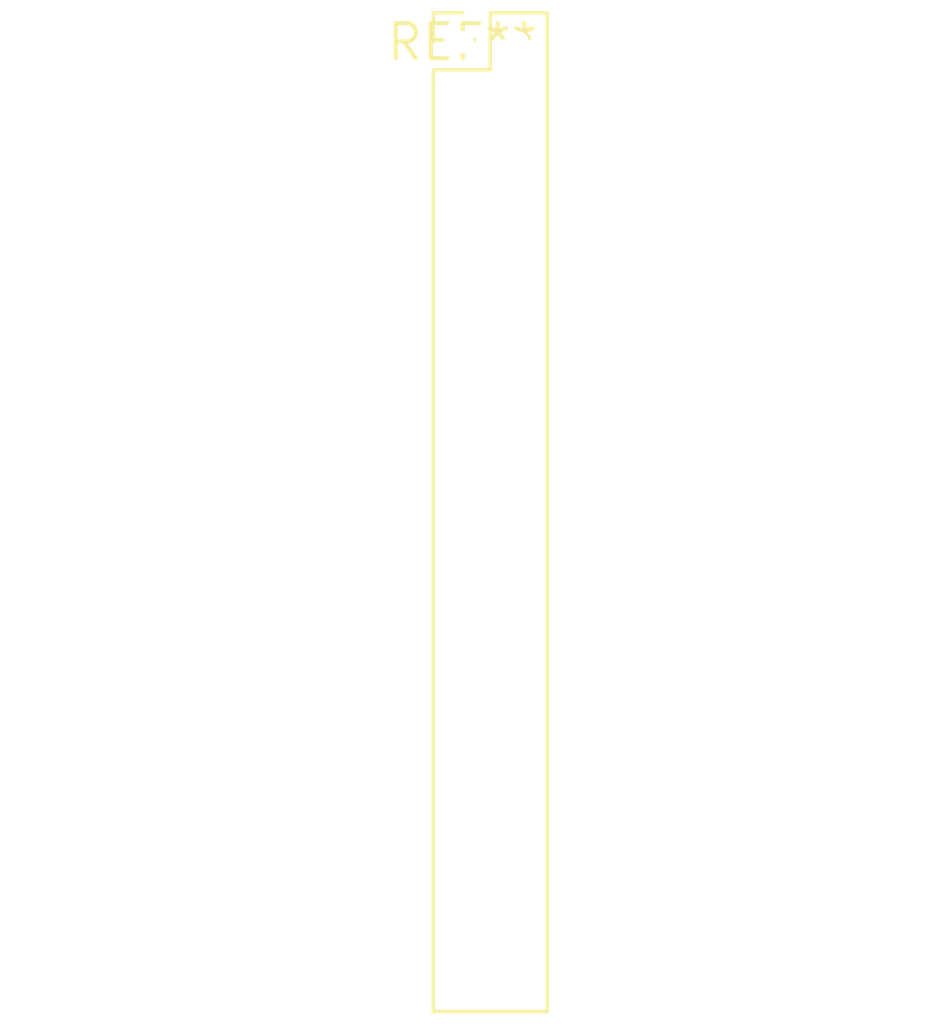
<source format=kicad_pcb>
(kicad_pcb (version 20240108) (generator pcbnew)
  (layers (0 "F.Cu" signal) (31 "B.Cu" signal) (34 "B.Paste" user) (35 "F.Paste" user) (36 "B.SilkS" user "B.Silkscreen") (37 "F.SilkS" user "F.Silkscreen") (38 "B.Mask" user) (39 "F.Mask" user) (44 "Edge.Cuts" user))
  (net 0 "")
  (footprint "PinHeader_2x18_P2.00mm_Vertical" (layer "F.Cu") (at 0 0)
    (property "Reference" "REF**")
    (property "Value" "PinHeader_2x18_P2.00mm_Vertical")
    (fp_line (start -1.06 -1.06) (end 0 -1.06) (layer "F.SilkS") (stroke (width 0.12)))
    (fp_line (start -1.06 0) (end -1.06 -1.06) (layer "F.SilkS") (stroke (width 0.12)))
    (fp_line (start -1.06 1) (end -1.06 35.06) (layer "F.SilkS") (stroke (width 0.12)))
    (fp_line (start -1.06 1) (end 1 1) (layer "F.SilkS") (stroke (width 0.12)))
    (fp_line (start -1.06 35.06) (end 3.06 35.06) (layer "F.SilkS") (stroke (width 0.12)))
    (fp_line (start 1 -1.06) (end 3.06 -1.06) (layer "F.SilkS") (stroke (width 0.12)))
    (fp_line (start 1 1) (end 1 -1.06) (layer "F.SilkS") (stroke (width 0.12)))
    (fp_line (start 3.06 -1.06) (end 3.06 35.06) (layer "F.SilkS") (stroke (width 0.12)))
    (pad "1" thru_hole rect (at 0 0) (size 1.35 1.35) (drill 0.8) (layers *.Cu *.Mask) (remove_unused_layers))
    (pad "2" thru_hole oval (at 2 0) (size 1.35 1.35) (drill 0.8) (layers *.Cu *.Mask) (remove_unused_layers))
    (pad "3" thru_hole oval (at 0 2) (size 1.35 1.35) (drill 0.8) (layers *.Cu *.Mask) (remove_unused_layers))
    (pad "4" thru_hole oval (at 2 2) (size 1.35 1.35) (drill 0.8) (layers *.Cu *.Mask) (remove_unused_layers))
    (pad "5" thru_hole oval (at 0 4) (size 1.35 1.35) (drill 0.8) (layers *.Cu *.Mask) (remove_unused_layers))
    (pad "6" thru_hole oval (at 2 4) (size 1.35 1.35) (drill 0.8) (layers *.Cu *.Mask) (remove_unused_layers))
    (pad "7" thru_hole oval (at 0 6) (size 1.35 1.35) (drill 0.8) (layers *.Cu *.Mask) (remove_unused_layers))
    (pad "8" thru_hole oval (at 2 6) (size 1.35 1.35) (drill 0.8) (layers *.Cu *.Mask) (remove_unused_layers))
    (pad "9" thru_hole oval (at 0 8) (size 1.35 1.35) (drill 0.8) (layers *.Cu *.Mask) (remove_unused_layers))
    (pad "10" thru_hole oval (at 2 8) (size 1.35 1.35) (drill 0.8) (layers *.Cu *.Mask) (remove_unused_layers))
    (pad "11" thru_hole oval (at 0 10) (size 1.35 1.35) (drill 0.8) (layers *.Cu *.Mask) (remove_unused_layers))
    (pad "12" thru_hole oval (at 2 10) (size 1.35 1.35) (drill 0.8) (layers *.Cu *.Mask) (remove_unused_layers))
    (pad "13" thru_hole oval (at 0 12) (size 1.35 1.35) (drill 0.8) (layers *.Cu *.Mask) (remove_unused_layers))
    (pad "14" thru_hole oval (at 2 12) (size 1.35 1.35) (drill 0.8) (layers *.Cu *.Mask) (remove_unused_layers))
    (pad "15" thru_hole oval (at 0 14) (size 1.35 1.35) (drill 0.8) (layers *.Cu *.Mask) (remove_unused_layers))
    (pad "16" thru_hole oval (at 2 14) (size 1.35 1.35) (drill 0.8) (layers *.Cu *.Mask) (remove_unused_layers))
    (pad "17" thru_hole oval (at 0 16) (size 1.35 1.35) (drill 0.8) (layers *.Cu *.Mask) (remove_unused_layers))
    (pad "18" thru_hole oval (at 2 16) (size 1.35 1.35) (drill 0.8) (layers *.Cu *.Mask) (remove_unused_layers))
    (pad "19" thru_hole oval (at 0 18) (size 1.35 1.35) (drill 0.8) (layers *.Cu *.Mask) (remove_unused_layers))
    (pad "20" thru_hole oval (at 2 18) (size 1.35 1.35) (drill 0.8) (layers *.Cu *.Mask) (remove_unused_layers))
    (pad "21" thru_hole oval (at 0 20) (size 1.35 1.35) (drill 0.8) (layers *.Cu *.Mask) (remove_unused_layers))
    (pad "22" thru_hole oval (at 2 20) (size 1.35 1.35) (drill 0.8) (layers *.Cu *.Mask) (remove_unused_layers))
    (pad "23" thru_hole oval (at 0 22) (size 1.35 1.35) (drill 0.8) (layers *.Cu *.Mask) (remove_unused_layers))
    (pad "24" thru_hole oval (at 2 22) (size 1.35 1.35) (drill 0.8) (layers *.Cu *.Mask) (remove_unused_layers))
    (pad "25" thru_hole oval (at 0 24) (size 1.35 1.35) (drill 0.8) (layers *.Cu *.Mask) (remove_unused_layers))
    (pad "26" thru_hole oval (at 2 24) (size 1.35 1.35) (drill 0.8) (layers *.Cu *.Mask) (remove_unused_layers))
    (pad "27" thru_hole oval (at 0 26) (size 1.35 1.35) (drill 0.8) (layers *.Cu *.Mask) (remove_unused_layers))
    (pad "28" thru_hole oval (at 2 26) (size 1.35 1.35) (drill 0.8) (layers *.Cu *.Mask) (remove_unused_layers))
    (pad "29" thru_hole oval (at 0 28) (size 1.35 1.35) (drill 0.8) (layers *.Cu *.Mask) (remove_unused_layers))
    (pad "30" thru_hole oval (at 2 28) (size 1.35 1.35) (drill 0.8) (layers *.Cu *.Mask) (remove_unused_layers))
    (pad "31" thru_hole oval (at 0 30) (size 1.35 1.35) (drill 0.8) (layers *.Cu *.Mask) (remove_unused_layers))
    (pad "32" thru_hole oval (at 2 30) (size 1.35 1.35) (drill 0.8) (layers *.Cu *.Mask) (remove_unused_layers))
    (pad "33" thru_hole oval (at 0 32) (size 1.35 1.35) (drill 0.8) (layers *.Cu *.Mask) (remove_unused_layers))
    (pad "34" thru_hole oval (at 2 32) (size 1.35 1.35) (drill 0.8) (layers *.Cu *.Mask) (remove_unused_layers))
    (pad "35" thru_hole oval (at 0 34) (size 1.35 1.35) (drill 0.8) (layers *.Cu *.Mask) (remove_unused_layers))
    (pad "36" thru_hole oval (at 2 34) (size 1.35 1.35) (drill 0.8) (layers *.Cu *.Mask) (remove_unused_layers))
  )
)
</source>
